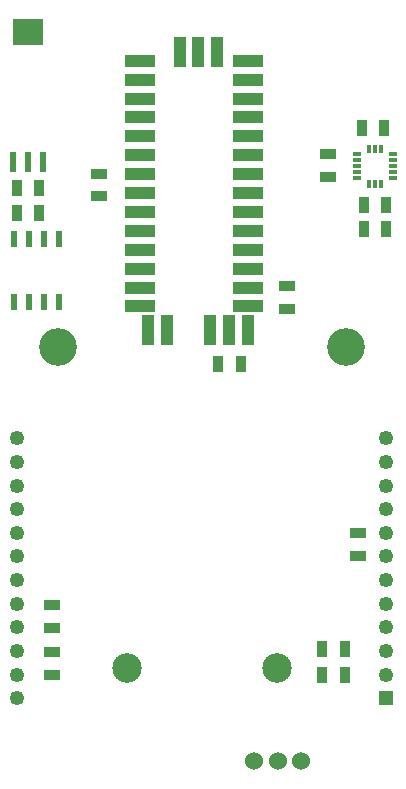
<source format=gts>
G04 (created by PCBNEW (2013-06-11 BZR 4021)-stable) date Sun 01 Jun 2014 09:44:25 PM CDT*
%MOIN*%
G04 Gerber Fmt 3.4, Leading zero omitted, Abs format*
%FSLAX34Y34*%
G01*
G70*
G90*
G04 APERTURE LIST*
%ADD10C,0.00590551*%
%ADD11R,0.0492126X0.0492126*%
%ADD12C,0.0492126*%
%ADD13C,0.06*%
%ADD14R,0.0236X0.0551*%
%ADD15R,0.035X0.055*%
%ADD16R,0.055X0.035*%
%ADD17R,0.0393701X0.0984252*%
%ADD18R,0.0984252X0.0393701*%
%ADD19R,0.1X0.0901575*%
%ADD20R,0.0200787X0.0700787*%
%ADD21R,0.0283465X0.011811*%
%ADD22R,0.011811X0.0283465*%
%ADD23C,0.0984252*%
%ADD24C,0.125984*%
G04 APERTURE END LIST*
G54D10*
G54D11*
X80551Y-77760D03*
G54D12*
X80551Y-76973D03*
X80551Y-76185D03*
X80551Y-75398D03*
X80551Y-74611D03*
X80551Y-73823D03*
X80551Y-73036D03*
X80551Y-72248D03*
X80551Y-71461D03*
X80551Y-70674D03*
X80551Y-69886D03*
X80551Y-69099D03*
X68268Y-69099D03*
X68268Y-69886D03*
X68268Y-70674D03*
X68268Y-71461D03*
X68268Y-72248D03*
X68268Y-73036D03*
X68268Y-73823D03*
X68268Y-74611D03*
X68268Y-75398D03*
X68268Y-76185D03*
X68268Y-76973D03*
X68268Y-77760D03*
G54D13*
X76163Y-79860D03*
X76950Y-79860D03*
X77737Y-79860D03*
G54D14*
X69680Y-64550D03*
X69680Y-62450D03*
X69180Y-64550D03*
X68680Y-64550D03*
X68180Y-64550D03*
X69180Y-62450D03*
X68680Y-62450D03*
X68180Y-62450D03*
G54D15*
X69010Y-60740D03*
X68260Y-60740D03*
G54D16*
X69435Y-75405D03*
X69435Y-74655D03*
G54D15*
X80575Y-62120D03*
X79825Y-62120D03*
X79825Y-61320D03*
X80575Y-61320D03*
G54D16*
X69430Y-76975D03*
X69430Y-76225D03*
G54D15*
X69015Y-61595D03*
X68265Y-61595D03*
X74975Y-66605D03*
X75725Y-66605D03*
G54D16*
X71005Y-60285D03*
X71005Y-61035D03*
G54D15*
X78445Y-76975D03*
X79195Y-76975D03*
X78445Y-76130D03*
X79195Y-76130D03*
G54D17*
X74708Y-65487D03*
X75338Y-65487D03*
X75968Y-65487D03*
G54D18*
X75968Y-64700D03*
X75968Y-64070D03*
X75968Y-63440D03*
X75968Y-62810D03*
X75968Y-62180D03*
X75968Y-61550D03*
X75968Y-60920D03*
X75968Y-60290D03*
X75968Y-59660D03*
X75968Y-59030D03*
X75968Y-58400D03*
X75968Y-57771D03*
X75968Y-57141D03*
X75968Y-56511D03*
G54D17*
X74944Y-56215D03*
X74315Y-56215D03*
X73685Y-56215D03*
G54D18*
X72366Y-56511D03*
X72366Y-57141D03*
X72366Y-57771D03*
X72366Y-58400D03*
X72366Y-59030D03*
X72366Y-59660D03*
X72366Y-60290D03*
X72366Y-60920D03*
X72366Y-61550D03*
X72366Y-62180D03*
X72366Y-62810D03*
X72366Y-63440D03*
X72366Y-64070D03*
X72366Y-64700D03*
G54D17*
X72622Y-65487D03*
X73252Y-65487D03*
G54D19*
X68645Y-55569D03*
G54D20*
X69145Y-59870D03*
X68645Y-59870D03*
X68145Y-59870D03*
G54D21*
X79609Y-59636D03*
X79609Y-59833D03*
X79609Y-60030D03*
X79609Y-60226D03*
X79609Y-60423D03*
X80790Y-60423D03*
X80790Y-60226D03*
X80790Y-60030D03*
X80790Y-59833D03*
X80790Y-59636D03*
G54D22*
X80396Y-59439D03*
X80200Y-59439D03*
X80003Y-59439D03*
X80003Y-60620D03*
X80200Y-60620D03*
X80396Y-60620D03*
G54D23*
X71945Y-76741D03*
X76945Y-76741D03*
G54D24*
X79244Y-66045D03*
X69645Y-66045D03*
G54D16*
X77260Y-64030D03*
X77260Y-64780D03*
X78630Y-59630D03*
X78630Y-60380D03*
G54D15*
X80515Y-58745D03*
X79765Y-58745D03*
G54D16*
X79640Y-72260D03*
X79640Y-73010D03*
M02*

</source>
